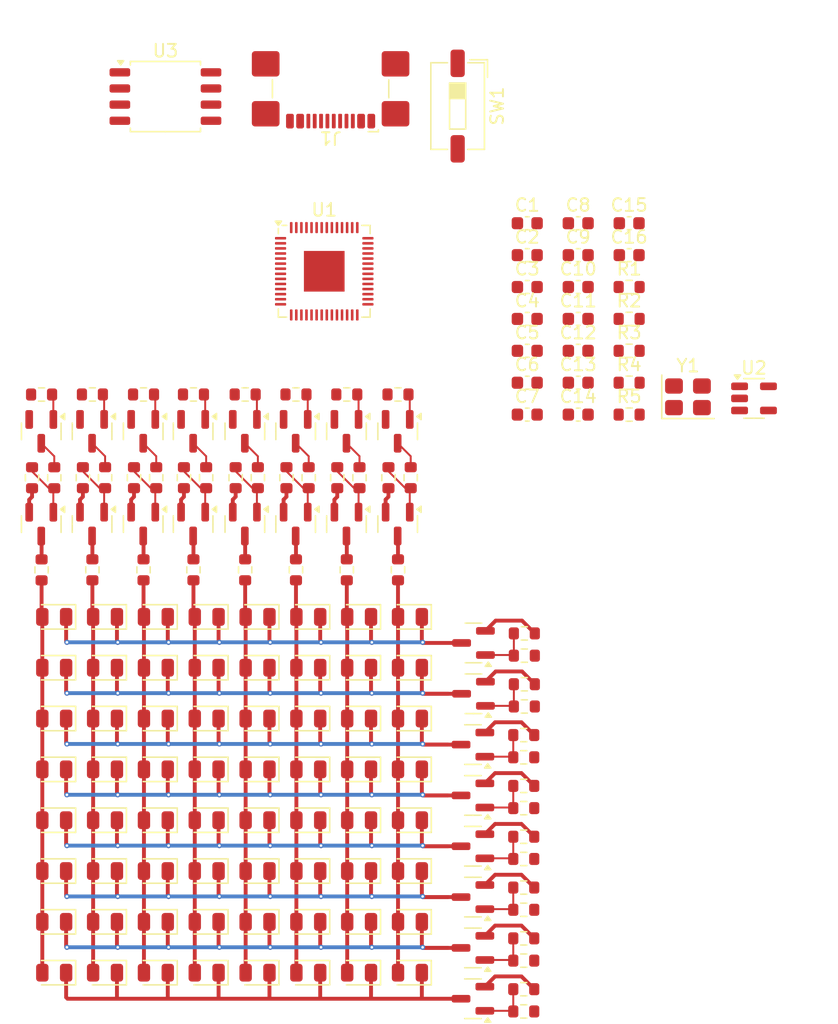
<source format=kicad_pcb>
(kicad_pcb (version 20241229) (generator "pcbnew") (generator_version "9.0")
  (layers (0 "F.Cu" signal) (2 "B.Cu" signal) (13 "F.Paste" user) (15 "B.Paste" user) (5 "F.SilkS" user "F.Silkscreen") (7 "B.SilkS" user "B.Silkscreen") (1 "F.Mask" user) (3 "B.Mask" user) (25 "Edge.Cuts" user))
  (net 0 "")
  (net 1 "GND")
  (net 2 "+3.3V")
  (net 3 "+1V1")
  (net 4 "/XIN")
  (net 5 "+5V")
  (net 6 "/Led Matrix/Highside1/V_led+")
  (net 7 "/Led Matrix/Highside2/V_led+")
  (net 8 "/Led Matrix/Highside3/V_led+")
  (net 9 "/Led Matrix/Highside4/V_led+")
  (net 10 "/Led Matrix/Highside5/V_led+")
  (net 11 "/Led Matrix/Highside6/V_led+")
  (net 12 "/Led Matrix/Highside7/V_led+")
  (net 13 "/Led Matrix/Highside8/V_led+")
  (net 14 "/USB_D-")
  (net 15 "Net-(J1-CC1)")
  (net 16 "/USB_D+")
  (net 19 "Net-(J1-CC2)")
  (net 20 "Net-(Q1-G)")
  (net 21 "Net-(Q3-G)")
  (net 22 "Net-(Q5-G)")
  (net 23 "Net-(Q6-G)")
  (net 24 "Net-(Q8-G)")
  (net 25 "Net-(Q10-G)")
  (net 26 "Net-(Q11-G)")
  (net 27 "Net-(Q12-G)")
  (net 28 "Net-(Q14-G)")
  (net 29 "Net-(Q1-D)")
  (net 30 "Net-(Q16-G)")
  (net 31 "Net-(Q2-C)")
  (net 32 "Net-(Q18-G)")
  (net 33 "Net-(Q2-B)")
  (net 34 "Net-(Q20-G)")
  (net 35 "/QSPI_SS")
  (net 36 "Net-(Q3-D)")
  (net 37 "Net-(Q4-C)")
  (net 38 "Net-(Q4-B)")
  (net 39 "Net-(Q6-D)")
  (net 40 "Net-(Q7-B)")
  (net 41 "Net-(Q7-C)")
  (net 42 "Net-(Q8-D)")
  (net 43 "Net-(Q9-B)")
  (net 44 "Net-(Q9-C)")
  (net 45 "Net-(Q12-D)")
  (net 46 "Net-(Q13-C)")
  (net 47 "Net-(Q13-B)")
  (net 48 "Net-(Q14-D)")
  (net 49 "Net-(Q15-C)")
  (net 50 "Net-(Q15-B)")
  (net 51 "Net-(Q16-D)")
  (net 52 "Net-(Q17-C)")
  (net 53 "Net-(Q17-B)")
  (net 54 "Net-(Q18-D)")
  (net 55 "Net-(Q19-B)")
  (net 56 "Net-(Q19-C)")
  (net 57 "Net-(Q21-G)")
  (net 58 "/QSPI_SCLK")
  (net 59 "/QSPI_SD1")
  (net 60 "/QSPI_SD2")
  (net 61 "/QSPI_SD3")
  (net 62 "/QSPI_SD0")
  (net 63 "Net-(Q22-G)")
  (net 64 "Net-(Q23-G)")
  (net 65 "Net-(Q24-G)")
  (net 66 "/XOUT")
  (net 67 "/c1")
  (net 68 "/c2")
  (net 69 "/r2")
  (net 70 "/c3")
  (net 71 "/c4")
  (net 72 "Net-(R4-Pad1)")
  (net 86 "/r3")
  (net 87 "/r4")
  (net 88 "/c5")
  (net 89 "/c6")
  (net 90 "/c7")
  (net 91 "/c8")
  (net 92 "/r5")
  (net 93 "/r6")
  (net 94 "/r7")
  (net 95 "/r8")
  (net 96 "/r1")
  (net 101 "Net-(C13-Pad1)")
  (net 103 "/Led Matrix/Lowside1/V_led-")
  (net 104 "/Led Matrix/Lowside2/V_led-")
  (net 105 "/Led Matrix/Lowside3/V_led-")
  (net 106 "/Led Matrix/Lowside4/V_led-")
  (net 107 "/Led Matrix/Lowside5/V_led-")
  (net 108 "/Led Matrix/Lowside6/V_led-")
  (net 109 "/Led Matrix/Lowside7/V_led-")
  (net 110 "/Led Matrix/Lowside8/V_led-")
  (footprint "LED_SMD:LED_0805_2012Metric" (layer "F.Cu") (at 182.995 81.7 180)
    (property "Reference" "D17" (hide yes))
    (property "Value" "LED_45deg")
  )
  (footprint "Resistor_SMD:R_0603_1608Metric" (layer "F.Cu") (at 211.955 91)
    (property "Reference" "R24" (hide yes))
    (property "Value" "10k")
  )
  (footprint "Capacitor_SMD:C_0603_1608Metric" (layer "F.Cu") (at 216.24 58.25)
    (property "Reference" "C11")
    (property "Value" "10u")
  )
  (footprint "Resistor_SMD:R_0603_1608Metric" (layer "F.Cu") (at 211.955 100.75 180)
    (property "Reference" "R45" (hide yes))
    (property "Value" "100")
  )
  (footprint "LED_SMD:LED_0805_2012Metric" (layer "F.Cu") (at 191 93.7 180)
    (property "Reference" "D36" (hide yes))
    (property "Value" "LED_45deg")
  )
  (footprint "Package_DFN_QFN:QFN-56-1EP_7x7mm_P0.4mm_EP3.2x3.2mm" (layer "F.Cu") (at 196.25 54.5)
    (property "Reference" "U1")
    (property "Value" "RP2040")
  )
  (footprint "Resistor_SMD:R_0603_1608Metric" (layer "F.Cu") (at 211.955 111)
    (property "Reference" "R50" (hide yes))
    (property "Value" "10k")
  )
  (footprint "Resistor_SMD:R_0603_1608Metric" (layer "F.Cu") (at 191.025 70.745 90)
    (property "Reference" "R30" (hide yes))
    (property "Value" "100")
  )
  (footprint "Resistor_SMD:R_0603_1608Metric" (layer "F.Cu") (at 181.275 70.745 90)
    (property "Reference" "R17" (hide yes))
    (property "Value" "10k")
  )
  (footprint "LED_SMD:LED_0805_2012Metric" (layer "F.Cu") (at 194.995 101.7 180)
    (property "Reference" "D46" (hide yes))
    (property "Value" "LED_45deg")
  )
  (footprint "Package_TO_SOT_SMD:SOT-23" (layer "F.Cu") (at 208 87.75 180)
    (property "Reference" "Q5" (hide yes))
    (property "Value" "2N7002")
  )
  (footprint "LED_SMD:LED_0805_2012Metric" (layer "F.Cu") (at 182.995 105.7 180)
    (property "Reference" "D23" (hide yes))
    (property "Value" "LED_45deg")
  )
  (footprint "Resistor_SMD:R_0603_1608Metric" (layer "F.Cu") (at 195.025 70.745 90)
    (property "Reference" "R34" (hide yes))
    (property "Value" "100")
  )
  (footprint "LED_SMD:LED_0805_2012Metric" (layer "F.Cu") (at 202.995 105.7 180)
    (property "Reference" "D63" (hide yes))
    (property "Value" "LED_45deg")
  )
  (footprint "Resistor_SMD:R_0603_1608Metric" (layer "F.Cu") (at 212 87)
    (property "Reference" "R14" (hide yes))
    (property "Value" "10k")
  )
  (footprint "Resistor_SMD:R_0603_1608Metric" (layer "F.Cu") (at 211.955 92.75 180)
    (property "Reference" "R25" (hide yes))
    (property "Value" "100")
  )
  (footprint "Package_TO_SOT_SMD:SOT-23" (layer "F.Cu") (at 177.975 67.095 -90)
    (property "Reference" "Q4" (hide yes))
    (property "Value" "BC817")
  )
  (footprint "Crystal:Crystal_SMD_3225-4Pin_3.2x2.5mm" (layer "F.Cu") (at 224.88 64.38)
    (property "Reference" "Y1")
    (property "Value" "ABM8-272-T3")
  )
  (footprint "LED_SMD:LED_0805_2012Metric" (layer "F.Cu") (at 198.995 101.7 180)
    (property "Reference" "D54" (hide yes))
    (property "Value" "LED_45deg")
  )
  (footprint "LED_SMD:LED_0805_2012Metric" (layer "F.Cu") (at 198.995 93.7 180)
    (property "Reference" "D52" (hide yes))
    (property "Value" "LED_45deg")
  )
  (footprint "LED_SMD:LED_0805_2012Metric" (layer "F.Cu") (at 191 101.7 180)
    (property "Reference" "D38" (hide yes))
    (property "Value" "LED_45deg")
  )
  (footprint "Package_TO_SOT_SMD:SOT-23" (layer "F.Cu") (at 190 67.095 -90)
    (property "Reference" "Q13" (hide yes))
    (property "Value" "BC817")
  )
  (footprint "Resistor_SMD:R_0603_1608Metric" (layer "F.Cu") (at 190.025 64.195)
    (property "Reference" "R31" (hide yes))
    (property "Value" "10k")
  )
  (footprint "LED_SMD:LED_0805_2012Metric" (layer "F.Cu") (at 198.995 81.7 180)
    (property "Reference" "D49" (hide yes))
    (property "Value" "LED_45deg")
  )
  (footprint "Resistor_SMD:R_0603_1608Metric" (layer "F.Cu") (at 211.955 95)
    (property "Reference" "R26" (hide yes))
    (property "Value" "10k")
  )
  (footprint "LED_SMD:LED_0805_2012Metric" (layer "F.Cu") (at 174.995 109.7 180)
    (property "Reference" "D8" (hide yes))
    (property "Value" "LED_45deg")
  )
  (footprint "Capacitor_SMD:C_0603_1608Metric" (layer "F.Cu") (at 212.23 58.25)
    (property "Reference" "C4")
    (property "Value" "100n")
  )
  (footprint "LED_SMD:LED_0805_2012Metric" (layer "F.Cu") (at 182.995 89.7 180)
    (property "Reference" "D19" (hide yes))
    (property "Value" "LED_45deg")
  )
  (footprint "Package_TO_SOT_SMD:SOT-23" (layer "F.Cu") (at 194 74.395 -90)
    (property "Reference" "Q14" (hide yes))
    (property "Value" "BSS84")
  )
  (footprint "LED_SMD:LED_0805_2012Metric" (layer "F.Cu") (at 191 97.7 180)
    (property "Reference" "D37" (hide yes))
    (property "Value" "LED_45deg")
  )
  (footprint "Resistor_SMD:R_0603_1608Metric" (layer "F.Cu") (at 198.025 77.995 -90)
    (property "Reference" "R36" (hide yes))
    (property "Value" "47")
  )
  (footprint "LED_SMD:LED_0805_2012Metric" (layer "F.Cu") (at 194.995 109.7 180)
    (property "Reference" "D48" (hide yes))
    (property "Value" "LED_45deg")
  )
  (footprint "LED_SMD:LED_0805_2012Metric" (layer "F.Cu") (at 186.995 105.7 180)
    (property "Reference" "D31" (hide yes))
    (property "Value" "LED_45deg")
  )
  (footprint "Resistor_SMD:R_0603_1608Metric" (layer "F.Cu") (at 203.055 70.745 90)
    (property "Reference" "R42" (hide yes))
    (property "Value" "100")
  )
  (footprint "LED_SMD:LED_0805_2012Metric" (layer "F.Cu") (at 194.995 97.7 180)
    (property "Reference" "D45" (hide yes))
    (property "Value" "LED_45deg")
  )
  (footprint "LED_SMD:LED_0805_2012Metric" (layer "F.Cu") (at 174.995 101.7 180)
    (property "Reference" "D6" (hide yes))
    (property "Value" "LED_45deg")
  )
  (footprint "Capacitor_SMD:C_0603_1608Metric" (layer "F.Cu") (at 212.23 50.72)
    (property "Reference" "C1")
    (property "Value" "10u")
  )
  (footprint "Package_TO_SOT_SMD:SOT-23" (layer "F.Cu") (at 173.975 67.1 -90)
    (property "Reference" "Q2" (hide yes))
    (property "Value" "BC817")
  )
  (footprint "Resistor_SMD:R_0603_1608Metric" (layer "F.Cu") (at 212 83)
    (property "Reference" "R52" (hide yes))
    (property "Value" "10k")
  )
  (footprint "LED_SMD:LED_0805_2012Metric" (layer "F.Cu") (at 178.995 97.7 180)
    (property "Reference" "D13" (hide yes))
    (property "Value" "LED_45deg")
  )
  (footprint "Resistor_SMD:R_0603_1608Metric" (layer "F.Cu") (at 175 70.75 90)
    (property "Reference" "R8" (hide yes))
    (property "Value" "100")
  )
  (footprint "Capacitor_SMD:C_0603_1608Metric" (layer "F.Cu") (at 216.24 65.78)
    (property "Reference" "C14")
    (property "Value" "10u")
  )
  (footprint "Package_TO_SOT_SMD:SOT-23-5" (layer "F.Cu") (at 230.08 64.505)
    (property "Reference" "U2")
    (property "Value" "MIC5504-3.3YM5")
  )
  (footprint "Resistor_SMD:R_0603_1608Metric" (layer "F.Cu") (at 220.25 60.76)
    (property "Reference" "R3")
    (property "Value" "5.1k")
  )
  (footprint "Package_TO_SOT_SMD:SOT-23" (layer "F.Cu") (at 185.93 74.395 -90)
    (property "Reference" "Q8" (hide yes))
    (property "Value" "BSS84")
  )
  (footprint "Resistor_SMD:R_0603_1608Metric" (layer "F.Cu") (at 173.25 70.75 90)
    (property "Reference" "R7" (hide yes))
    (property "Value" "10k")
  )
  (footprint "Resistor_SMD:R_0603_1608Metric" (layer "F.Cu") (at 211.955 99)
    (property "Reference" "R44" (hide yes))
    (property "Value" "10k")
  )
  (footprint "LED_SMD:LED_0805_2012Metric" (layer "F.Cu") (at 174.995 85.7 180)
    (property "Reference" "D2" (hide yes))
    (property "Value" "LED_45deg")
  )
  (footprint "Capacitor_SMD:C_0603_1608Metric" (layer "F.Cu") (at 212.23 65.78)
    (property "Reference" "C7")
    (property "Value" "100n")
  )
  (footprint "Package_TO_SOT_SMD:SOT-23" (layer "F.Cu") (at 182 67.095 -90)
    (property "Reference" "Q7" (hide yes))
    (property "Value" "BC817")
  )
  (footprint "Capacitor_SMD:C_0603_1608Metric" (layer "F.Cu") (at 216.24 53.23)
    (property "Reference" "C9")
    (property "Value" "100n")
  )
  (footprint "LED_SMD:LED_0805_2012Metric" (layer "F.Cu") (at 174.995 89.7 180)
    (property "Reference" "D3" (hide yes))
    (property "Value" "LED_45deg")
  )
  (footprint "LED_SMD:LED_0805_2012Metric" (layer "F.Cu") (at 174.995 105.7 180)
    (property "Reference" "D7" (hide yes))
    (property "Value" "LED_45deg")
  )
  (footprint "Capacitor_SMD:C_0603_1608Metric" (layer "F.Cu") (at 212.23 60.76)
    (property "Reference" "C5")
    (property "Value" "100n")
  )
  (footprint "Package_TO_SOT_SMD:SOT-23" (layer "F.Cu") (at 173.975 74.4 -90)
    (property "Reference" "Q1" (hide yes))
    (property "Value" "BSS84")
  )
  (footprint "Resistor_SMD:R_0603_1608Metric" (layer "F.Cu") (at 211.955 104.75 180)
    (property "Reference" "R47" (hide yes))
    (property "Value" "100")
  )
  (footprint "LED_SMD:LED_0805_2012Metric" (layer "F.Cu") (at 202.995 97.7 180)
    (property "Reference" "D61" (hide yes))
    (property "Value" "LED_45deg")
  )
  (footprint "LED_SMD:LED_0805_2012Metric" (layer "F.Cu") (at 202.995 101.7 180)
    (property "Reference" "D62" (hide yes))
    (property "Value" "LED_45deg")
  )
  (footprint "LED_SMD:LED_0805_2012Metric" (layer "F.Cu") (at 186.995 109.7 180)
    (property "Reference" "D32" (hide yes))
    (property "Value" "LED_45deg")
  )
  (footprint "Package_TO_SOT_SMD:SOT-23" (layer "F.Cu") (at 182 74.395 -90)
    (property "Reference" "Q6" (hide yes))
    (property "Value" "BSS84")
  )
  (footprint "LED_SMD:LED_0805_2012Metric" (layer "F.Cu") (at 194.995 89.7 180)
    (property "Reference" "D43" (hide yes))
    (property "Value" "LED_45deg")
  )
  (footprint "Package_TO_SOT_SMD:SOT-23" (layer "F.Cu") (at 194 67.095 -90)
    (property "Reference" "Q15" (hide yes))
    (property "Value" "BC817")
  )
  (footprint "Resistor_SMD:R_0603_1608Metric" (layer "F.Cu") (at 211.955 108.75 180)
    (property "Reference" "R49" (hide yes))
    (property "Value" "100")
  )
  (footprint "Package_TO_SOT_SMD:SOT-23" (layer "F.Cu") (at 208 83.75 180)
    (property "Reference" "Q24" (hide yes))
    (property "Value" "2N7002")
  )
  (footprint "LED_SMD:LED_0805_2012Metric" (layer "F.Cu") (at 174.995 93.7 180)
    (property "Reference" "D4" (hide yes))
    (property "Value" "LED_45deg")
  )
  (footprint "Package_TO_SOT_SMD:SOT-23" (layer "F.Cu") (at 177.975 74.395 -90)
    (property "Reference" "Q3" (hide yes))
    (property "Value" "BSS84")
  )
  (footprint "LED_SMD:LED_0805_2012Metric" (layer "F.Cu") (at 202.995 109.7 180)
    (property "Reference" "D64" (hide yes))
    (property "Value" "LED_45deg")
  )
  (footprint "Resistor_SMD:R_0603_1608Metric" (layer "F.Cu") (at 220.25 58.25)
    (property "Reference" "R2")
    (property "Value" "5.1k")
  )
  (footprint "Resistor_SMD:R_0603_1608Metric" (layer "F.Cu") (at 177.25 70.745 90)
    (property "Reference" "R11" (hide yes))
    (property "Value" "10k")
  )
  (footprint "LED_SMD:LED_0805_2012Metric" (layer "F.Cu") (at 191 89.7 180)
    (property "Reference" "D35" (hide yes))
    (property "Value" "LED_45deg")
  )
  (footprint "LED_SMD:LED_0805_2012Metric" (layer "F.Cu") (at 182.995 109.7 180)
    (property "Reference" "D24" (hide yes))
    (property "Value" "LED_45deg")
  )
  (footprint "Resistor_SMD:R_0603_1608Metric" (layer "F.Cu") (at 174 64.2)
    (property "Reference" "R9" (hide yes))
    (property "Value" "10k")
  )
  (footprint "Package_TO_SOT_SMD:SOT-23" (layer "F.Cu") (at 207.955 111.75 180)
    (property "Reference" "Q23" (hide yes))
    (property "Value" "2N7002")
  )
  (footprint "LED_SMD:LED_0805_2012Metric" (layer "F.Cu") (at 202.995 81.7 180)
    (property "Reference" "D57" (hide yes))
    (property "Value" "LED_45deg")
  )
  (footprint "LED_SMD:LED_0805_2012Metric" (layer "F.Cu") (at 198.995 105.7 180)
    (property "Reference" "D55" (hide yes))
    (property "Value" "LED_45deg")
  )
  (footprint "LED_SMD:LED_0805_2012Metric" (layer "F.Cu") (at 186.995 101.7 180)
    (property "Reference" "D30" (hide yes))
    (property "Value" "LED_45deg")
  )
  (footprint "Connector_USB:USB_C_Receptacle_GCT_USB4110" (layer "F.Cu") (at 196.75 39 180)
    (property "Reference" "J1")
    (property "Value" "USB_C_Receptacle")
  )
  (footprint "Resistor_SMD:R_0603_1608Metric" (layer "F.Cu") (at 202.055 77.995 -90)
    (property "Reference" "R40" (hide yes))
    (property "Value" "47")
  )
  (footprint "Capacitor_SMD:C_0603_1608Metric" (layer "F.Cu") (at 216.24 50.72)
    (property "Reference" "C8")
    (property "Value" "100n")
  )
  (footprint "Resistor_SMD:R_0603_1608Metric" (layer "F.Cu") (at 178 64.195)
    (property "Reference" "R13" (hide yes))
    (property "Value" "10k")
  )
  (footprint "LED_SMD:LED_0805_2012Metric" (layer "F.Cu") (at 202.995 85.7 180)
    (property "Reference" "D58" (hide yes))
    (property "Value" "LED_45deg")
  )
  (footprint "LED_SMD:LED_0805_2012Metric" (layer "F.Cu") (at 198.995 109.7 180)
    (property "Reference" "D56" (hide yes))
    (property "Value" "LED_45deg")
  )
  (footprint "Resistor_SMD:R_0603_1608Metric" (layer "F.Cu") (at 212 84.75 180)
    (property "Reference" "R53" (hide yes))
    (property "Value" "100")
  )
  (footprint "Capacitor_SMD:C_0603_1608Metric" (layer "F.Cu") (at 212.23 55.74)
    (property "Reference" "C3")
    (property "Value" "100n")
  )
  (footprint "LED_SMD:LED_0805_2012Metric" (layer "F.Cu") (at 191 109.7 180)
    (property "Reference" "D40" (hide yes))
    (property "Value" "LED_45deg")
  )
  (footprint "Capacitor_SMD:C_0603_1608Metric" (layer "F.Cu") (at 216.24 60.76)
    (property "Reference" "C12")
    (property "Value" "15p")
  )
  (footprint "Capacitor_SMD:C_0603_1608Metric" (layer "F.Cu") (at 220.25 53.23)
    (property "Reference" "C16")
    (property "Value" "10u")
  )
  (footprint "Button_Switch_SMD:SW_DIP_SPSTx01_Slide_6.7x4.1mm_W6.73mm_P2.54mm_LowProfile_JPin" (layer "F.Cu") (at 206.75 41.5 -90)
    (property "Reference" "SW1")
    (property "Value" "SW_DIP_x01")
  )
  (footprint "Resistor_SMD:R_0603_1608Metric" (layer "F.Cu") (at 211.955 96.75 180)
    (property "Reference" "R27" (hide yes))
    (property "Value" "100")
  )
  (footprint "Resistor_SMD:R_0603_1608Metric" (layer "F.Cu") (at 211.955 103)
    (property "Reference" "R46" (hide yes))
    (property "Value" "10k")
  )
  (footprint "Resistor_SMD:R_0603_1608Metric" (layer "F.Cu") (at 193.275 70.745 90)
    (property "Reference" "R33" (hide yes))
    (property "Value" "10k")
  )
  (footprint "LED_SMD:LED_0805_2012Metric" (layer "F.Cu") (at 182.995 93.7 180)
    (property "Reference" "D20" (hide yes))
    (property "Value" "LED_45deg")
  )
  (footprint "Resistor_SMD:R_0603_1608Metric" (layer "F.Cu") (at 201.305 70.745 90)
    (property "Reference" "R41" (hide yes))
    (property "Value" "10k")
  )
  (footprint "LED_SMD:LED_0805_2012Metric" (layer "F.Cu") (at 194.995 93.7 180)
    (property "Reference" "D44" (hide yes))
    (property "Value" "LED_45deg")
  )
  (footprint "LED_SMD:LED_0805_2012Metric" (layer "F.Cu") (at 198.995 89.7 180)
    (property "Reference" "D51" (hide yes))
    (property "Value" "LED_45deg")
  )
  (footprint "Resistor_SMD:R_0603_1608Metric" (layer "F.Cu") (at 220.25 65.78)
    (property "Reference" "R5")
    (property "Value" "100k")
  )
  (footprint "Resistor_SMD:R_0603_1608Metric" (layer "F.Cu") (at 202.055 64.195)
    (property "Reference" "R43" (hide yes))
    (property "Value" "10k")
  )
  (footprint "Resistor_SMD:R_0603_1608Metric" (layer "F.Cu") (at 182.025 64.195)
    (property "Reference" "R19" (hide yes))
    (property "Value" "10k")
  )
  (footprint "Capacitor_SMD:C_0603_1608Metric" (layer "F.Cu") (at 216.24 63.27)
    (property "Reference" "C13")
    (property "Value" "15p")
  )
  (footprint "Capacitor_SMD:C_0603_1608Metric" (layer "F.Cu") (at 216.24 55.74)
    (property "Reference" "C10")
    (property "Value" "100n")
  )
  (footprint "Resistor_SMD:R_0603_1608Metric" (layer "F.Cu") (at 179 70.745 90)
    (property "Reference" "R12" (hide yes))
    (property "Value" "100")
  )
  (footprint "Resistor_SMD:R_0603_1608Metric" (layer "F.Cu") (at 186.955 70.745 90)
    (property "Reference" "R22" (hide yes))
    (property "Value" "100")
  )
  (footprint "Resistor_SMD:R_0603_1608Metric" (layer "F.Cu") (at 190.025 77.995 -90)
    (property "Reference" "R28" (hide yes))
    (property "Value" "47")
  )
  (footprint "LED_SMD:LED_0805_2012Metric" (layer "F.Cu") (at 178.995 93.7 180)
    (property "Reference" "D12" (hide yes))
    (property "Value" "LED_45deg")
  )
  (footprint "LED_SMD:LED_0805_2012Metric" (layer "F.Cu") (at 186.995 97.7 180)
    (property "Reference" "D29" (hide yes))
    (property "Value" "LED_45deg")
  )
  (footprint "Resistor_SMD:R_0603_1608Metric" (layer "F.Cu") (at 185.205 70.745 90)
    (property "Reference" "R21" (hide yes))
    (property "Value" "10k")
  )
  (footprint "Package_TO_SOT_SMD:SOT-23" (layer "F.Cu") (at 207.955 95.75 180)
    (property "Reference" "Q11" (hide yes))
    (property "Value" "2N7002")
  )
  (footprint "LED_SMD:LED_0805_2012Metric" (layer "F.Cu") (at 178.995 89.7 180)
    (property "Reference" "D11" (hide yes))
    (property "Value" "LED_45deg")
  )
  (footprint "Package_TO_SOT_SMD:SOT-23" (layer "F.Cu") (at 198 74.395 -90)
    (property "Reference" "Q16" (hide yes))
    (property "Value" "BSS84")
  )
  (footprint "LED_SMD:LED_0805_2012Metric" (layer "F.Cu") (at 182.995 97.7 180)
    (property "Reference" "D21" (hide yes))
    (property "Value" "LED_45deg")
  )
  (footprint "Resistor_SMD:R_0603_1608Metric" (layer "F.Cu") (at 211.955 107)
    (property "Reference" "R48" (hide yes))
    (property "Value" "10k")
  )
  (footprint "Package_TO_SOT_SMD:SOT-23" (layer "F.Cu") (at 202.03 74.395 -90)
    (property "Reference" "Q18" (hide yes))
    (property "Value" "BSS84")
  )
  (footprint "Resistor_SMD:R_0603_1608Metric" (layer "F.Cu") (at 197.275 70.745 90)
    (property "Reference" "R37" (hide yes))
    (property "Value" "10k")
  )
  (footprint "LED_SMD:LED_0805_2012Metric" (layer "F.Cu") (at 178.995 85.7 180)
    (property "Reference" "D10" (hide yes))
    (property "Value" "LED_45deg")
  )
  (footprint "LED_SMD:LED_0805_2012Metric" (layer "F.Cu") (at 191 81.7 180)
    (property "Reference" "D33" (hide yes))
    (property "Value" "LED_45deg")
  )
  (footprint "Package_TO_SOT_SMD:SOT-23" (layer "F.Cu") (at 202.03 67.095 -90)
    (property "Reference" "Q19" (hide yes))
    (property "Value" "BC817")
  )
  (footprint "LED_SMD:LED_0805_2012Metric" (layer "F.Cu") (at 174.995 81.7 180)
    (property "Reference" "D1" (hide yes))
    (property "Value" "LED_45deg")
  )
  (footprint "Resistor_SMD:R_0603_1608Metric" (layer "F.Cu") (at 194.025 77.995 -90)
    (property "Reference" "R32" (hide yes))
    (property "Value" "47")
  )
  (footprint "Resistor_SMD:R_0603_1608Metric" (layer "F.Cu") (at 198.025 64.195)
    (property "Reference" "R39" (hide yes))
    (property "Value" "10k")
  )
  (footprint "LED_SMD:LED_0805_2012Metric" (layer "F.Cu") (at 198.995 85.7 180)
    (property "Reference" "D50" (hide yes))
    (property "Value" "LED_45deg")
  )
  (footprint "Resistor_SMD:R_0603_1608Metric" (layer "F.Cu") (at 182.025 77.995 -90)
    (property "Reference" "R16" (hide yes))
    (property "Value" "47")
  )
  (footprint "Resistor_SMD:R_0603_1608Metric" (layer "F.Cu") (at 185.955 77.995 -90)
    (property "Reference" "R20" (hide yes))
    (property "Value" "47")
  )
  (footprint "Resistor_SMD:R_0603_1608Metric" (layer "F.Cu") (at 174 78 -90)
    (property "Reference" "R6" (hide yes))
    (property "Value" "47")
  )
  (footprint "LED_SMD:LED_0805_2012Metric" (layer "F.Cu") (at 186.995 85.7 180)
    (property "Reference" "D26" (hide yes))
    (property "Value" "LED_45deg")
  )
  (footprint "LED_SMD:LED_0805_2012Metric" (layer "F.Cu") (at 178.995 105.7 180)
    (property "Reference" "D15" (hide yes))
    (property "Value" "LED_45deg")
  )
  (footprint "Capacitor_SMD:C_0603_1608Metric" (layer "F.Cu") (at 212.23 53.23)
    (property "Reference" "C2")
    (property "Value" "100n")
  )
  (footprint "Package_SO:SOIC-8_5.3x5.3mm_P1.27mm" (layer "F.Cu") (at 183.75 40.75)
    (property "Reference" "U3")
    (property "Value" "W25Q16JVSS")
  )
  (footprint "Resistor_SMD:R_0603_1608Metric" (layer "F.Cu") (at 189.275 70.745 90)
    (property "Reference" "R29" (hide yes))
    (property "Value" "10k")
  )
  (footprint "LED_SMD:LED_0805_2012Metric" (layer "F.Cu") (at 194.995 105.7 180)
    (property "Reference" "D47" (hide yes))
    (property "Value" "LED_45deg")
  )
  (footprint "Capacitor_SMD:C_0603_1608Metric" (layer "F.Cu") (at 212.23 63.27)
    (property "Reference" "C6")
    (property "Value" "100n")
  )
  (footprint "LED_SMD:LED_0805_2012Metric" (layer "F.Cu") (at 178.995 109.7 180)
    (property "Reference" "D16" (hide yes))
    (property "Value" "LED_45deg")
  )
  (footprint "Package_TO_SOT_SMD:SOT-23" (layer "F.Cu") (at 190 74.395 -90)
    (property "Reference" "Q12" (hide yes))
    (property "Value" "BSS84")
  )
  (footprint "Resistor_SMD:R_0603_1608Metric" (layer "F.Cu") (at 211.955 112.75 180)
    (property "Reference" "R51" (hide yes))
    (property "Value" "100")
  )
  (footprint "Package_TO_SOT_SMD:SOT-23" (layer "F.Cu") (at 198 67.095 -90)
    (property "Reference" "Q17" (hide yes))
    (property "Value" "BC817")
  )
  (footprint "LED_SMD:LED_0805_2012Metric" (layer "F.Cu") (at 202.995 89.7 180)
    (property "Reference" "D59" (hide yes))
    (property "Value" "LED_45deg")
  )
  (footprint "LED_SMD:LED_0805_2012Metric" (layer "F.Cu") (at 198.995 97.7 180)
    (property "Reference" "D53" (hide yes))
    (property "Value" "LED_45deg")
  )
  (footprint "Package_TO_SOT_SMD:SOT-23" (layer "F.Cu") (at 207.955 91.75 180)
    (property "Reference" "Q10" (hide yes))
    (property "Value" "2N7002")
  )
  (footprint "LED_SMD:LED_0805_2012Metric" (layer "F.Cu") (at 178.995 101.7 180)
    (property "Reference" "D14" (hide yes))
    (property "Value" "LED_45deg")
  )
  (footprint "LED_SMD:LED_0805_2012Metric" (layer "F.Cu") (at 182.995 101.7 180)
    (property "Reference" "D22" (hide yes))
    (property "Value" "LED_45deg")
  )
  (footprint "Resistor_SMD:R_0603_1608Metric" (layer "F.Cu") (at 194.025 64.195)
    (property "Reference" "R35" (hide yes))
    (property "Value" "10k")
  )
  (footprint "Resistor_SMD:R_0603_1608Metric" (layer "F.Cu") (at 178 77.995 -90)
    (property "Reference" "R10" (hide yes))
    (property "Value" "47")
  )
  (footprint "Capacitor_SMD:C_0603_1608Metric" (layer "F.Cu") (at 220.25 50.72)
    (property "Reference" "C15")
    (property "Value" "100n")
  )
  (footprint "LED_SMD:LED_0805_2012Metric" (layer "F.Cu") (at 202.995 93.7 180)
    (property "Reference" "D60" (hide yes))
    (property "Value" "LED_45deg")
  )
  (footprint "LED_SMD:LED_0805_2012Metric" (layer "F.Cu") (at 178.995 81.7 180)
    (property "Reference" "D9" (hide yes))
    (property "Value" "LED_45deg")
  )
  (footprint "LED_SMD:LED_0805_2012Metric" (layer "F.Cu") (at 194.995 85.7 180)
    (property "Reference" "D42" (hide yes))
    (property "Value" "LED_45deg")
  )
  (footprint "Resistor_SMD:R_0603_1608Metric" (layer "F.Cu") (at 212 88.75 180)
    (property "Reference" "R15" (hide yes))
    (property "Value" "100")
  )
  (footprint "Resistor_SMD:R_0603_1608Metric" (layer "F.Cu") (at 183.025 70.745 90)
    (property "Reference" "R18" (hide yes))
    (property "Value" "100")
  )
  (footprint "Package_TO_SOT_SMD:SOT-23" (layer "F.Cu") (at 207.955 99.75 180)
    (property "Reference" "Q20" (hide yes))
    (property "Value" "2N7002")
  )
  (footprint "LED_SMD:LED_0805_2012Metric" (layer "F.Cu") (at 194.995 81.7 180)
    (property "Reference" "D41" (hide yes))
    (property "Value" "LED_45deg")
  )
  (footprint "LED_SMD:LED_0805_2012Metric" (layer "F.Cu") (at 182.995 85.7 180)
    (property "Reference" "D18" (hide yes))
    (property "Value" "LED_45deg")
  )
  (footprint "Resistor_SMD:R_0603_1608Metric" (layer "F.Cu") (at 185.955 64.195)
    (property "Reference" "R23" (hide yes))
    (property "Value" "10k")
  )
  (footprint "LED_SMD:LED_0805_2012Metric" (layer "F.Cu") (at 191 105.7 180)
    (property "Reference" "D39" (hide yes))
    (property "Value" "LED_45deg")
  )
  (footprint "Resistor_SMD:R_0603_1608Metric" (layer "F.Cu") (at 199.025 70.745 90)
    (property "Reference" "R38" (hide yes))
    (property "Value" "100")
  )
  (footprint "Resistor_SMD:R_0603_1608Metric" (layer "F.Cu") (at 220.25 63.27)
    (property "Reference" "R4")
    (property "Value" "1k")
  )
  (footprint "LED_SMD:LED_0805_2012Metric" (layer "F.Cu") (at 186.995 81.7 180)
    (property "Reference" "D25" (hide yes))
    (property "Value" "LED_45deg")
  )
  (footprint "Package_TO_SOT_SMD:SOT-23" (layer "F.Cu") (at 185.93 67.095 -90)
    (property "Reference" "Q9" (hide yes))
    (property "Value" "BC817")
  )
  (footprint "LED_SMD:LED_0805_2012Metric" (layer "F.Cu") (at 191 85.7 180)
    (property "Reference" "D34" (hide yes))
    (property "Value" "LED_45deg")
  )
  (footprint "Resistor_SMD:R_0603_1608Metric" (layer "F.Cu") (at 220.25 55.74)
    (property "Reference" "R1")
    (property "Value" "1k")
  )
  (footprint "Package_TO_SOT_SMD:SOT-23" (layer "F.Cu") (at 207.955 103.75 180)
    (property "Reference" "Q21" (hide yes))
    (property "Value" "2N7002")
  )
  (footprint "LED_SMD:LED_0805_2012Metric" (layer "F.Cu") (at 186.995 93.7 180)
    (property "Reference" "D28" (hide yes))
    (property "Value" "LED_45deg")
  )
  (footprint "LED_SMD:LED_0805_2012Metric" (layer "F.Cu") (at 174.995 97.7 180)
    (property "Reference" "D5" (hide yes))
    (property "Value" "LED_45deg")
  )
  (footprint "LED_SMD:LED_0805_2012Metric" (layer "F.Cu") (at 186.995 89.7 180)
    (property "Reference" "D27" (hide yes))
    (property "Value" "LED_45deg")
  )
  (footprint "Package_TO_SOT_SMD:SOT-23" (layer "F.Cu") (at 207.955 107.75 180)
    (property "Reference" "Q22" (hide yes))
    (property "Value" "2N7002")
  )
  (segment (start 211.77375 101.99375) (end 212.78 103) (width 0.3048) (layer "F.Cu") (net 1))
  (segment (start 209.69875 105.99375) (end 211.77375 105.99375) (width 0.3048) (layer "F.Cu") (net 1))
  (segment (start 211.81875 81.99375) (end 212.825 83) (width 0.3048) (layer "F.Cu") (net 1))
  (segment (start 209.69875 97.99375) (end 211.77375 97.99375) (width 0.3048) (layer "F.Cu") (net 1))
  (segment (start 209.69875 89.99375) (end 211.77375 89.99375) (width 0.3048) (layer "F.Cu") (net 1))
  (segment (start 211.77375 93.99375) (end 212.78 95) (width 0.3048) (layer "F.Cu") (net 1))
  (segment (start 209.69875 93.99375) (end 211.77375 93.99375) (width 0.3048) (layer "F.Cu") (net 1))
  (segment (start 208.8925 94.8) (end 209.69875 93.99375) (width 0.3048) (layer "F.Cu") (net 1))
  (segment (start 211.77375 109.99375) (end 212.78 111) (width 0.3048) (layer "F.Cu") (net 1))
  (segment (start 208.8925 98.8) (end 209.69875 97.99375) (width 0.3048) (layer "F.Cu") (net 1))
  (segment (start 208.8925 102.8) (end 209.69875 101.99375) (width 0.3048) (layer "F.Cu") (net 1))
  (segment (start 209.69875 101.99375) (end 211.77375 101.99375) (width 0.3048) (layer "F.Cu") (net 1))
  (segment (start 208.8925 110.8) (end 209.69875 109.99375) (width 0.3048) (layer "F.Cu") (net 1))
  (segment (start 209.69875 109.99375) (end 211.77375 109.99375) (width 0.3048) (layer "F.Cu") (net 1))
  (segment (start 208.8925 90.8) (end 209.69875 89.99375) (width 0.3048) (layer "F.Cu") (net 1))
  (segment (start 211.81875 85.99375) (end 212.825 87) (width 0.3048) (layer "F.Cu") (net 1))
  (segment (start 209.74375 81.99375) (end 211.81875 81.99375) (width 0.3048) (layer "F.Cu") (net 1))
  (segment (start 211.77375 89.99375) (end 212.78 91) (width 0.3048) (layer "F.Cu") (net 1))
  (segment (start 208.9375 82.8) (end 209.74375 81.99375) (width 0.3048) (layer "F.Cu") (net 1))
  (segment (start 211.77375 105.99375) (end 212.78 107) (width 0.3048) (layer "F.Cu") (net 1))
  (segment (start 211.77375 97.99375) (end 212.78 99) (width 0.3048) (layer "F.Cu") (net 1))
  (segment (start 208.8925 106.8) (end 209.69875 105.99375) (width 0.3048) (layer "F.Cu") (net 1))
  (segment (start 209.74375 85.99375) (end 211.81875 85.99375) (width 0.3048) (layer "F.Cu") (net 1))
  (segment (start 208.9375 86.8) (end 209.74375 85.99375) (width 0.3048) (layer "F.Cu") (net 1))
  (segment (start 189.05 72.47) (end 189.275 72.245) (width 0.3048) (layer "F.Cu") (net 5))
  (segment (start 177.025 72.47) (end 177.25 72.245) (width 0.3048) (layer "F.Cu") (net 5))
  (segment (start 193.05 73.4575) (end 193.05 72.47) (width 0.3048) (layer "F.Cu") (net 5))
  (segment (start 189.275 72.245) (end 189.275 71.57) (width 0.3048) (layer "F.Cu") (net 5))
  (segment (start 201.305 72.245) (end 201.305 71.57) (width 0.3048) (layer "F.Cu") (net 5))
  (segment (start 181.05 72.47) (end 181.275 72.245) (width 0.3048) (layer "F.Cu") (net 5))
  (segment (start 197.05 71.62) (end 197.025 71.595) (width 0.3048) (layer "F.Cu") (net 5))
  (segment (start 197.05 73.4575) (end 197.05 72.47) (width 0.3048) (layer "F.Cu") (net 5))
  (segment (start 181.05 71.62) (end 181.025 71.595) (width 0.3048) (layer "F.Cu") (net 5))
  (segment (start 197.05 72.47) (end 197.275 72.245) (width 0.3048) (layer "F.Cu") (net 5))
  (segment (start 173.025 72.475) (end 173.25 72.25) (width 0.3048) (layer "F.Cu") (net 5))
  (segment (start 185.205 72.245) (end 185.205 71.57) (width 0.3048) (layer "F.Cu") (net 5))
  (segment (start 173.025 73.4625) (end 173.025 72.475) (width 0.3048) (layer "F.Cu") (net 5))
  (segment (start 201.08 71.62) (end 201.055 71.595) (width 0.3048) (layer "F.Cu") (net 5))
  (segment (start 177.025 71.62) (end 177 71.595) (width 0.3048) (layer "F.Cu") (net 5))
  (segment (start 177.25 72.245) (end 177.25 71.57) (width 0.3048) (layer "F.Cu") (net 5))
  (segment (start 197.275 72.245) (end 197.275 71.57) (width 0.3048) (layer "F.Cu") (net 5))
  (segment (start 173.25 72.25) (end 173.25 71.575) (width 0.3048) (layer "F.Cu") (net 5))
  (segment (start 184.98 73.4575) (end 184.98 72.47) (width 0.3048) (layer "F.Cu") (net 5))
  (segment (start 201.08 73.4575) (end 201.08 72.47) (width 0.3048) (layer "F.Cu") (net 5))
  (segment (start 193.05 71.62) (end 193.025 71.595) (width 0.3048) (layer "F.Cu") (net 5))
  (segment (start 173.025 71.625) (end 173 71.6) (width 0.3048) (layer "F.Cu") (net 5))
  (segment (start 193.05 72.47) (end 193.275 72.245) (width 0.3048) (layer "F.Cu") (net 5))
  (segment (start 177.025 73.4575) (end 177.025 72.47) (width 0.3048) (layer "F.Cu") (net 5))
  (segment (start 184.98 72.47) (end 185.205 72.245) (width 0.3048) (layer "F.Cu") (net 5))
  (segment (start 201.08 72.47) (end 201.305 72.245) (width 0.3048) (layer "F.Cu") (net 5))
  (segment (start 189.05 73.4575) (end 189.05 72.47) (width 0.3048) (layer "F.Cu") (net 5))
  (segment (start 181.275 72.245) (end 181.275 71.57) (width 0.3048) (layer "F.Cu") (net 5))
  (segment (start 193.275 72.245) (end 193.275 71.57) (width 0.3048) (layer "F.Cu") (net 5))
  (segment (start 181.05 73.4575) (end 181.05 72.47) (width 0.3048) (layer "F.Cu") (net 5))
  (segment (start 184.98 71.62) (end 184.955 71.595) (width 0.3048) (layer "F.Cu") (net 5))
  (segment (start 189.05 71.62) (end 189.025 71.595) (width 0.3048) (layer "F.Cu") (net 5))
  (segment (start 174 78.825) (end 174 81.6425) (width 0.3048) (layer "F.Cu") (net 6))
  (segment (start 174.0575 81.7) (end 174.0575 109.7) (width 0.3048) (layer "F.Cu") (net 6))
  (segment (start 174 81.6425) (end 174.0575 81.7) (width 0.3048) (layer "F.Cu") (net 6))
  (segment (start 178.0575 81.7) (end 178.0575 109.7) (width 0.3048) (layer "F.Cu") (net 7))
  (segment (start 178 78.82) (end 178 81.6375) (width 0.3048) (layer "F.Cu") (net 7))
  (segment (start 182.0575 81.7) (end 182.0575 109.7) (width 0.3048) (layer "F.Cu") (net 8))
  (segment (start 182.025 78.82) (end 182.025 81.6375) (width 0.3048) (layer "F.Cu") (net 8))
  (segment (start 185.955 78.82) (end 185.955 81.6375) (width 0.3048) (layer "F.Cu") (net 9))
  (segment (start 186.0575 81.7) (end 186.0575 109.7) (width 0.3048) (layer "F.Cu") (net 9))
  (segment (start 190.025 78.82) (end 190.025 81.6375) (width 0.3048) (layer "F.Cu") (net 10))
  (segment (start 190.0625 81.7) (end 190.0625 109.7) (width 0.3048) (layer "F.Cu") (net 10))
  (segment (start 194.0575 81.7) (end 194.0575 109.7) (width 0.3048) (layer "F.Cu") (net 11))
  (segment (start 194.025 78.82) (end 194.025 81.6375) (width 0.3048) (layer "F.Cu") (net 11))
  (segment (start 198.0575 81.7) (end 198.0575 109.7) (width 0.3048) (layer "F.Cu") (net 12))
  (segment (start 198.025 78.82) (end 198.025 81.6375) (width 0.3048) (layer "F.Cu") (net 12))
  (segment (start 202.0575 81.7) (end 202.0575 109.7) (width 0.3048) (layer "F.Cu") (net 13))
  (segment (start 202.055 78.82) (end 202.055 81.6375) (width 0.3048) (layer "F.Cu") (net 13))
  (segment (start 174.925 71.65) (end 175 71.575) (width 0.1524) (layer "F.Cu") (net 20))
  (segment (start 175 73.3875) (end 174.925 73.4625) (width 0.1524) (layer "F.Cu") (net 20))
  (segment (start 174.925 73.4625) (end 174.925 71.65) (width 0.1524) (layer "F.Cu") (net 20))
  (segment (start 174.575 71.575) (end 175 71.575) (width 0.1524) (layer "F.Cu") (net 20))
  (segment (start 173 69.95) (end 173 70) (width 0.1524) (layer "F.Cu") (net 20))
  (segment (start 173 70) (end 174.575 71.575) (width 0.1524) (layer "F.Cu") (net 20))
  (segment (start 178.575 71.57) (end 179 71.57) (width 0.1524) (layer "F.Cu") (net 21))
  (segment (start 177 69.945) (end 177 69.995) (width 0.1524) (layer "F.Cu") (net 21))
  (segment (start 177 69.995) (end 178.575 71.57) (width 0.1524) (layer "F.Cu") (net 21))
  (segment (start 179 73.3825) (end 178.925 73.4575) (width 0.1524) (layer "F.Cu") (net 21))
  (segment (start 178.925 73.4575) (end 178.925 71.645) (width 0.1524) (layer "F.Cu") (net 21))
  (segment (start 178.925 71.645) (end 179 71.57) (width 0.1524) (layer "F.Cu") (net 21))
  (segment (start 211.125 88.7) (end 211.175 88.75) (width 0.1524) (layer "F.Cu") (net 22))
  (segment (start 208.9375 88.7) (end 211.125 88.7) (width 0.1524) (layer "F.Cu") (net 22))
  (segment (start 211.175 88.75) (end 211.175 87) (width 0.1524) (layer "F.Cu") (net 22))
  (segment (start 182.6 71.57) (end 183.025 71.57) (width 0.1524) (layer "F.Cu") (net 23))
  (segment (start 183.025 73.3825) (end 182.95 73.4575) (width 0.1524) (layer "F.Cu") (net 23))
  (segment (start 182.95 73.4575) (end 182.95 71.645) (width 0.1524) (layer "F.Cu") (net 23))
  (segment (start 181.025 69.995) (end 182.6 71.57) (width 0.1524) (layer "F.Cu") (net 23))
  (segment (start 182.95 71.645) (end 183.025 71.57) (width 0.1524) (layer "F.Cu") (net 23))
  (segment (start 181.025 69.945) (end 181.025 69.995) (width 0.1524) (layer "F.Cu") (net 23))
  (segment (start 184.955 69.945) (end 184.955 69.995) (width 0.1524) (layer "F.Cu") (net 24))
  (segment (start 186.53 71.57) (end 186.955 71.57) (width 0.1524) (layer "F.Cu") (net 24))
  (segment (start 186.88 73.4575) (end 186.88 71.645) (width 0.1524) (layer "F.Cu") (net 24))
  (segment (start 186.955 73.3825) (end 186.88 73.4575) (width 0.1524) (layer "F.Cu") (net 24))
  (segment (start 186.88 71.645) (end 186.955 71.57) (width 0.1524) (layer "F.Cu") (net 24))
  (segment (start 184.955 69.995) (end 186.53 71.57) (width 0.1524) (layer "F.Cu") (net 24))
  (segment (start 211.08 92.7) (end 211.13 92.75) (width 0.1524) (layer "F.Cu") (net 25))
  (segment (start 211.13 92.75) (end 211.13 91) (width 0.1524) (layer "F.Cu") (net 25))
  (segment (start 208.8925 92.7) (end 211.08 92.7) (width 0.1524) (layer "F.Cu") (net 25))
  (segment (start 208.8925 96.7) (end 211.08 96.7) (width 0.1524) (layer "F.Cu") (net 26))
  (segment (start 211.08 96.7) (end 211.13 96.75) (width 0.1524) (layer "F.Cu") (net 26))
  (segment (start 211.13 96.75) (end 211.13 95) (width 0.1524) (layer "F.Cu") (net 26))
  (segment (start 189.025 69.945) (end 189.025 69.995) (width 0.1524) (layer "F.Cu") (net 27))
  (segment (start 190.95 73.4575) (end 190.95 71.645) (width 0.1524) (layer "F.Cu") (net 27))
  (segment (start 190.6 71.57) (end 191.025 71.57) (width 0.1524) (layer "F.Cu") (net 27))
  (segment (start 191.025 73.3825) (end 190.95 73.4575) (width 0.1524) (layer "F.Cu") (net 27))
  (segment (start 189.025 69.995) (end 190.6 71.57) (width 0.1524) (layer "F.Cu") (net 27))
  (segment (start 190.95 71.645) (end 191.025 71.57) (width 0.1524) (layer "F.Cu") (net 27))
  (segment (start 194.95 73.4575) (end 194.95 71.645) (width 0.1524) (layer "F.Cu") (net 28))
  (segment (start 194.95 71.645) (end 195.025 71.57) (width 0.1524) (layer "F.Cu") (net 28))
  (segment (start 193.025 69.945) (end 193.025 69.995) (width 0.1524) (layer "F.Cu") (net 28))
  (segment (start 193.025 69.995) (end 194.6 71.57) (width 0.1524) (layer "F.Cu") (net 28))
  (segment (start 194.6 71.57) (end 195.025 71.57) (width 0.1524) (layer "F.Cu") (net 28))
  (segment (start 195.025 73.3825) (end 194.95 73.4575) (width 0.1524) (layer "F.Cu") (net 28))
  (segment (start 174 77.175) (end 174 75.3625) (width 0.3048) (layer "F.Cu") (net 29))
  (segment (start 174 75.3625) (end 173.975 75.3375) (width 0.3048) (layer "F.Cu") (net 29))
  (segment (start 198.6 71.57) (end 199.025 71.57) (width 0.1524) (layer "F.Cu") (net 30))
  (segment (start 197.025 69.945) (end 197.025 69.995) (width 0.1524) (layer "F.Cu") (net 30))
  (segment (start 198.95 73.4575) (end 198.95 71.645) (width 0.1524) (layer "F.Cu") (net 30))
  (segment (start 197.025 69.995) (end 198.6 71.57) (width 0.1524) (layer "F.Cu") (net 30))
  (segment (start 199.025 73.3825) (end 198.95 73.4575) (width 0.1524) (layer "F.Cu") (net 30))
  (segment (start 198.95 71.645) (end 199.025 71.57) (width 0.1524) (layer "F.Cu") (net 30))
  (segment (start 173.975 68.0375) (end 175 69.0625) (width 0.1524) (layer "F.Cu") (net 31))
  (segment (start 175 69.0625) (end 175 69.925) (width 0.1524) (layer "F.Cu") (net 31))
  (segment (start 203.055 73.3825) (end 202.98 73.4575) (width 0.1524) (layer "F.Cu") (net 32))
  (segment (start 202.63 71.57) (end 203.055 71.57) (width 0.1524) (layer "F.Cu") (net 32))
  (segment (start 202.98 71.645) (end 203.055 71.57) (width 0.1524) (layer "F.Cu") (net 32))
  (segment (start 201.055 69.995) (end 202.63 71.57) (width 0.1524) (layer "F.Cu") (net 32))
  (segment (start 202.98 73.4575) (end 202.98 71.645) (width 0.1524) (layer "F.Cu") (net 32))
  (segment (start 201.055 69.945) (end 201.055 69.995) (width 0.1524) (layer "F.Cu") (net 32))
  (segment (start 174.925 64.3) (end 174.825 64.2) (width 0.1524) (layer "F.Cu") (net 33))
  (segment (start 174.925 66.1625) (end 174.925 64.3) (width 0.1524) (layer "F.Cu") (net 33))
  (segment (start 211.08 100.7) (end 211.13 100.75) (width 0.1524) (layer "F.Cu") (net 34))
  (segment (start 211.13 100.75) (end 211.13 99) (width 0.1524) (layer "F.Cu") (net 34))
  (segment (start 208.8925 100.7) (end 211.08 100.7) (width 0.1524) (layer "F.Cu") (net 34))
  (segment (start 178 75.3575) (end 177.975 75.3325) (width 0.3048) (layer "F.Cu") (net 36))
  (segment (start 178 77.17) (end 178 75.3575) (width 0.3048) (layer "F.Cu") (net 36))
  (segment (start 177.975 68.0325) (end 179 69.0575) (width 0.1524) (layer "F.Cu") (net 37))
  (segment (start 179 69.0575) (end 179 69.92) (width 0.1524) (layer "F.Cu") (net 37))
  (segment (start 178.925 64.295) (end 178.825 64.195) (width 0.1524) (layer "F.Cu") (net 38))
  (segment (start 178.925 66.1575) (end 178.925 64.295) (width 0.1524) (layer "F.Cu") (net 38))
  (segment (start 182.025 77.17) (end 182.025 75.3575) (width 0.3048) (layer "F.Cu") (net 39))
  (segment (start 182.025 75.3575) (end 182 75.3325) (width 0.3048) (layer "F.Cu") (net 39))
  (segment (start 182.95 64.295) (end 182.85 64.195) (width 0.1524) (layer "F.Cu") (net 40))
  (segment (start 182.95 66.1575) (end 182.95 64.295) (width 0.1524) (layer "F.Cu") (net 40))
  (segment (start 182 68.0325) (end 183.025 69.0575) (width 0.1524) (layer "F.Cu") (net 41))
  (segment (start 183.025 69.0575) (end 183.025 69.92) (width 0.1524) (layer "F.Cu") (net 41))
  (segment (start 185.955 75.3575) (end 185.93 75.3325) (width 0.3048) (layer "F.Cu") (net 42))
  (segment (start 185.955 77.17) (end 185.955 75.3575) (width 0.3048) (layer "F.Cu") (net 42))
  (segment (start 186.88 64.295) (end 186.78 64.195) (width 0.1524) (layer "F.Cu") (net 43))
  (segment (start 186.88 66.1575) (end 186.88 64.295) (width 0.1524) (layer "F.Cu") (net 43))
  (segment (start 185.93 68.0325) (end 186.955 69.0575) (width 0.1524) (layer "F.Cu") (net 44))
  (segment (start 186.955 69.0575) (end 186.955 69.92) (width 0.1524) (layer "F.Cu") (net 44))
  (segment (start 190.025 75.3575) (end 190 75.3325) (width 0.3048) (layer "F.Cu") (net 45))
  (segment (start 190.025 77.17) (end 190.025 75.3575) (width 0.3048) (layer "F.Cu") (net 45))
  (segment (start 191.025 69.0575) (end 191.025 69.92) (width 0.1524) (layer "F.Cu") (net 46))
  (segment (start 190 68.0325) (end 191.025 69.0575) (width 0.1524) (layer "F.Cu") (net 46))
  (segment (start 190.95 66.1575) (end 190.95 64.295) (width 0.1524) (layer "F.Cu") (net 47))
  (segment (start 190.95 64.295) (end 190.85 64.195) (width 0.1524) (layer "F.Cu") (net 47))
  (segment (start 194.025 75.3575) (end 194 75.3325) (width 0.3048) (layer "F.Cu") (net 48))
  (segment (start 194.025 77.17) (end 194.025 75.3575) (width 0.3048) (layer "F.Cu") (net 48))
  (segment (start 195.025 69.0575) (end 195.025 69.92) (width 0.1524) (layer "F.Cu") (net 49))
  (segment (start 194 68.0325) (end 195.025 69.0575) (width 0.1524) (layer "F.Cu") (net 49))
  (segment (start 194.95 66.1575) (end 194.95 64.295) (width 0.1524) (layer "F.Cu") (net 50))
  (segment (start 194.95 64.295) (end 194.85 64.195) (width 0.1524) (layer "F.Cu") (net 50))
  (segment (start 198.025 75.3575) (end 198 75.3325) (width 0.3048) (layer "F.Cu") (net 51))
  (segment (start 198.025 77.17) (end 198.025 75.3575) (width 0.3048) (layer "F.Cu") (net 51))
  (segment (start 198 68.0325) (end 199.025 69.0575) (width 0.1524) (layer "F.Cu") (net 52))
  (segment (start 199.025 69.0575) (end 199.025 69.92) (width 0.1524) (layer "F.Cu") (net 52))
  (segment (start 198.95 66.1575) (end 198.95 64.295) (width 0.1524) (layer "F.Cu") (net 53))
  (segment (start 198.95 64.295) (end 198.85 64.195) (width 0.1524) (layer "F.Cu") (net 53))
  (segment (start 202.055 77.17) (end 202.055 75.3575) (width 0.3048) (layer "F.Cu") (net 54))
  (segment (start 202.055 75.3575) (end 202.03 75.3325) (width 0.3048) (layer "F.Cu") (net 54))
  (segment (start 202.98 66.1575) (end 202.98 64.295) (width 0.1524) (layer "F.Cu") (net 55))
  (segment (start 202.98 64.295) (end 202.88 64.195) (width 0.1524) (layer "F.Cu") (net 55))
  (segment (start 203.055 69.0575) (end 203.055 69.92) (width 0.1524) (layer "F.Cu") (net 56))
  (segment (start 202.03 68.0325) (end 203.055 69.0575) (width 0.1524) (layer "F.Cu") (net 56))
  (segment (start 211.08 104.7) (end 211.13 104.75) (width 0.1524) (layer "F.Cu") (net 57))
  (segment (start 211.13 104.75) (end 211.13 103) (width 0.1524) (layer "F.Cu") (net 57))
  (segment (start 208.8925 104.7) (end 211.08 104.7) (width 0.1524) (layer "F.Cu") (net 57))
  (segment (start 208.8925 108.7) (end 211.08 108.7) (width 0.1524) (layer "F.Cu") (net 63))
  (segment (start 211.08 108.7) (end 211.13 108.75) (width 0.1524) (layer "F.Cu") (net 63))
  (segment (start 211.13 108.75) (end 211.13 107) (width 0.1524) (layer "F.Cu") (net 63))
  (segment (start 211.08 112.7) (end 211.13 112.75) (width 0.1524) (layer "F.Cu") (net 64))
  (segment (start 211.13 112.75) (end 211.13 111) (width 0.1524) (layer "F.Cu") (net 64))
  (segment (start 208.8925 112.7) (end 211.08 112.7) (width 0.1524) (layer "F.Cu") (net 64))
  (segment (start 208.9375 84.7) (end 211.125 84.7) (width 0.1524) (layer "F.Cu") (net 65))
  (segment (start 211.125 84.7) (end 211.175 84.75) (width 0.1524) (layer "F.Cu") (net 65))
  (segment (start 211.175 84.75) (end 211.175 83) (width 0.1524) (layer "F.Cu") (net 65))
  (segment (start 203.9325 81.7) (end 203.9325 83.6375) (width 0.3048) (layer "F.Cu") (net 103))
  (segment (start 199.9325 83.6375) (end 199.995 83.7) (width 0.3048) (layer "F.Cu") (net 103))
  (segment (start 191.9375 81.7) (end 191.9375 83.6375) (width 0.3048) (layer "F.Cu") (net 103))
  (segment (start 183.9325 81.7) (end 183.9325 83.6375) (width 0.3048) (layer "F.Cu") (net 103))
  (segment (start 195.9325 81.7) (end 195.9325 83.6375) (width 0.3048) (layer "F.Cu") (net 103))
  (segment (start 187.9325 81.7) (end 187.9325 83.6375) (width 0.3048) (layer "F.Cu") (net 103))
  (segment (start 179.9325 81.7) (end 179.9325 83.6375) (width 0.3048) (layer "F.Cu") (net 103))
  (segment (start 183.9325 83.6375) (end 183.995 83.7) (width 0.3048) (layer "F.Cu") (net 103))
  (segment (start 175.9325 81.7) (end 175.9325 83.6375) (width 0.3048) (layer "F.Cu") (net 103))
  (segment (start 195.9325 83.6375) (end 195.995 83.7) (width 0.3048) (layer "F.Cu") (net 103))
  (segment (start 175.9325 83.6375) (end 175.995 83.7) (width 0.3048) (layer "F.Cu") (net 103))
  (segment (start 204.045 83.75) (end 207.0625 83.75) (width 0.3048) (layer "F.Cu") (net 103))
  (segment (start 187.9325 83.6375) (end 187.995 83.7) (width 0.3048) (layer "F.Cu") (net 103))
  (segment (start 191.9375 83.6375) (end 192 83.7) (width 0.3048) (layer "F.Cu") (net 103))
  (segment (start 179.9325 83.6375) (end 179.995 83.7) (width 0.3048) (layer "F.Cu") (net 103))
  (segment (start 199.9325 81.7) (end 199.9325 83.6375) (width 0.3048) (layer "F.Cu") (net 103))
  (segment (start 203.9325 83.6375) (end 203.995 83.7) (width 0.3048) (layer "F.Cu") (net 103))
  (via (at 195.995 83.7) (size 0.4064) (drill 0.2032) (layers "F.Cu" "B.Cu") (net 103))
  (via (at 192 83.7) (size 0.4064) (drill 0.2032) (layers "F.Cu" "B.Cu") (net 103))
  (via (at 175.995 83.7) (size 0.4064) (drill 0.2032) (layers "F.Cu" "B.Cu") (net 103))
  (via (at 203.995 83.7) (size 0.4064) (drill 0.2032) (layers "F.Cu" "B.Cu") (net 103))
  (via (at 183.995 83.7) (size 0.4064) (drill 0.2032) (layers "F.Cu" "B.Cu") (net 103))
  (via (at 199.995 83.7) (size 0.4064) (drill 0.2032) (layers "F.Cu" "B.Cu") (net 103))
  (via (at 187.995 83.7) (size 0.4064) (drill 0.2032) (layers "F.Cu" "B.Cu") (net 103))
  (via (at 179.995 83.7) (size 0.4064) (drill 0.2032) (layers "F.Cu" "B.Cu") (net 103))
  (segment (start 179.995 83.7) (end 183.995 83.7) (width 0.3048) (layer "B.Cu") (net 103))
  (segment (start 183.995 83.7) (end 187.995 83.7) (width 0.3048) (layer "B.Cu") (net 103))
  (segment (start 175.995 83.7) (end 179.995 83.7) (width 0.3048) (layer "B.Cu") (net 103))
  (segment (start 199.995 83.7) (end 203.995 83.7) (width 0.3048) (layer "B.Cu") (net 103))
  (segment (start 195.995 83.7) (end 199.995 83.7) (width 0.3048) (layer "B.Cu") (net 103))
  (segment (start 187.995 83.7) (end 191.995 83.7) (width 0.3048) (layer "B.Cu") (net 103))
  (segment (start 192 83.7) (end 196 83.7) (width 0.3048) (layer "B.Cu") (net 103))
  (segment (start 191.9375 85.7) (end 191.9375 87.6375) (width 0.3048) (layer "F.Cu") (net 104))
  (segment (start 204.045 87.75) (end 206 87.75) (width 0.3048) (layer "F.Cu") (net 104))
  (segment (start 195.9325 85.7) (end 195.9325 87.6375) (width 0.3048) (layer "F.Cu") (net 104))
  (segment (start 187.9325 85.7) (end 187.9325 87.6375) (width 0.3048) (layer "F.Cu") (net 104))
  (segment (start 199.9325 85.7) (end 199.9325 87.6375) (width 0.3048) (layer "F.Cu") (net 104))
  (segment (start 204.045 87.75) (end 207.0625 87.75) (width 0.3048) (layer "F.Cu") (net 104))
  (segment (start 179.9325 85.7) (end 179.9325 87.6375) (width 0.3048) (layer "F.Cu") (net 104))
  (segment (start 203.9325 85.7) (end 203.9325 87.6375) (width 0.3048) (layer "F.Cu") (net 104))
  (segment (start 183.9325 85.7) (end 183.9325 87.6375) (width 0.3048) (layer "F.Cu") (net 104))
  (segment (start 175.9325 85.7) (end 175.9325 87.6375) (width 0.3048) (layer "F.Cu") (net 104))
  (via (at 195.995 87.7) (size 0.4064) (drill 0.2032) (layers "F.Cu" "B.Cu") (net 104))
  (via (at 183.995 87.7) (size 0.4064) (drill 0.2032) (layers "F.Cu" "B.Cu") (net 104))
  (via (at 187.995 87.7) (size 0.4064) (drill 0.2032) (layers "F.Cu" "B.Cu") (net 104))
  (via (at 192 87.7) (size 0.4064) (drill 0.2032) (layers "F.Cu" "B.Cu") (net 104))
  (via (at 175.995 87.7) (size 0.4064) (drill 0.2032) (layers "F.Cu" "B.Cu") (net 104))
  (via (at 179.995 87.7) (size 0.4064) (drill 0.2032) (layers "F.Cu" "B.Cu") (net 104))
  (via (at 199.995 87.7) (size 0.4064) (drill 0.2032) (layers "F.Cu" "B.Cu") (net 104))
  (via (at 203.995 87.7) (size 0.4064) (drill 0.2032) (layers "F.Cu" "B.Cu") (net 104))
  (segment (start 199.995 87.7) (end 203.995 87.7) (width 0.3048) (layer "B.Cu") (net 104))
  (segment (start 183.995 87.7) (end 187.995 87.7) (width 0.3048) (layer "B.Cu") (net 104))
  (segment (start 175.995 87.7) (end 179.995 87.7) (width 0.3048) (layer "B.Cu") (net 104))
  (segment (start 192 87.7) (end 196 87.7) (width 0.3048) (layer "B.Cu") (net 104))
  (segment (start 179.995 87.7) (end 183.995 87.7) (width 0.3048) (layer "B.Cu") (net 104))
  (segment (start 195.995 87.7) (end 199.995 87.7) (width 0.3048) (layer "B.Cu") (net 104))
  (segment (start 187.995 87.7) (end 191.995 87.7) (width 0.3048) (layer "B.Cu") (net 104))
  (segment (start 204 91.75) (end 207.0175 91.75) (width 0.3048) (layer "F.Cu") (net 105))
  (segment (start 204.045 91.75) (end 206 91.75) (width 0.3048) (layer "F.Cu") (net 105))
  (segment (start 203.9325 89.7) (end 203.9325 91.6375) (width 0.3048) (layer "F.Cu") (net 105))
  (segment (start 175.9325 89.7) (end 175.9325 91.6375) (width 0.3048) (layer "F.Cu") (net 105))
  (segment (start 195.9325 89.7) (end 195.9325 91.6375) (width 0.3048) (layer "F.Cu") (net 105))
  (segment (start 183.9325 89.7) (end 183.9325 91.6375) (width 0.3048) (layer "F.Cu") (net 105))
  (segment (start 187.9325 89.7) (end 187.9325 91.6375) (width 0.3048) (layer "F.Cu") (net 105))
  (segment (start 179.9325 89.7) (end 179.9325 91.6375) (width 0.3048) (layer "F.Cu") (net 105))
  (segment (start 199.9325 89.7) (end 199.9325 91.6375) (width 0.3048) (layer "F.Cu") (net 105))
  (segment (start 191.9375 89.7) (end 191.9375 91.6375) (width 0.3048) (layer "F.Cu") (net 105))
  (via (at 187.995 91.7) (size 0.4064) (drill 0.2032) (layers "F.Cu" "B.Cu") (net 105))
  (via (at 175.995 91.7) (size 0.4064) (drill 0.2032) (layers "F.Cu" "B.Cu") (net 105))
  (via (at 179.995 91.7) (size 0.4064) (drill 0.2032) (layers "F.Cu" "B.Cu") (net 105))
  (via (at 195.995 91.7) (size 0.4064) (drill 0.2032) (layers "F.Cu" "B.Cu") (net 105))
  (via (at 199.995 91.7) (size 0.4064) (drill 0.2032) (layers "F.Cu" "B.Cu") (net 105))
  (via (at 183.995 91.7) (size 0.4064) (drill 0.2032) (layers "F.Cu" "B.Cu") (net 105))
  (via (at 203.995 91.7) (size 0.4064) (drill 0.2032) (layers "F.Cu" "B.Cu") (net 105))
  (via (at 192 91.7) (size 0.4064) (drill 0.2032) (layers "F.Cu" "B.Cu") (net 105))
  (segment (start 175.995 91.7) (end 179.995 91.7) (width 0.3048) (layer "B.Cu") (net 105))
  (segment (start 179.995 91.7) (end 183.995 91.7) (width 0.3048) (layer "B.Cu") (net 105))
  (segment (start 195.995 91.7) (end 199.995 91.7) (width 0.3048) (layer "B.Cu") (net 105))
  (segment (start 183.995 91.7) (end 187.995 91.7) (width 0.3048) (layer "B.Cu") (net 105))
  (segment (start 192 91.7) (end 196 91.7) (width 0.3048) (layer "B.Cu") (net 105))
  (segment (start 199.995 91.7) (end 203.995 91.7) (width 0.3048) (layer "B.Cu") (net 105))
  (segment (start 187.995 91.7) (end 191.995 91.7) (width 0.3048) (layer "B.Cu") (net 105))
  (segment (start 191.9375 93.7) (end 191.9375 95.6375) (width 0.3048) (layer "F.Cu") (net 106))
  (segment (start 203.9325 93.7) (end 203.9325 95.6375) (width 0.3048) (layer "F.Cu") (net 106))
  (segment (start 183.9325 93.7) (end 183.9325 95.6375) (width 0.3048) (layer "F.Cu") (net 106))
  (segment (start 195.9325 93.7) (end 195.9325 95.6375) (width 0.3048) (layer "F.Cu") (net 106))
  (segment (start 204.045 95.75) (end 206 95.75) (width 0.3048) (layer "F.Cu") (net 106))
  (segment (start 204 95.75) (end 207.0175 95.75) (width 0.3048) (layer "F.Cu") (net 106))
  (segment (start 199.9325 93.7) (end 199.9325 95.6375) (width 0.3048) (layer "F.Cu") (net 106))
  (segment (start 175.9325 93.7) (end 175.9325 95.6375) (width 0.3048) (layer "F.Cu") (net 106))
  (segment (start 187.9325 93.7) (end 187.9325 95.6375) (width 0.3048) (layer "F.Cu") (net 106))
  (segment (start 179.9325 93.7) (end 179.9325 95.6375) (width 0.3048) (layer "F.Cu") (net 106))
  (via (at 203.995 95.7) (size 0.4064) (drill 0.2032) (layers "F.Cu" "B.Cu") (net 106))
  (via (at 187.995 95.7) (size 0.4064) (drill 0.2032) (layers "F.Cu" "B.Cu") (net 106))
  (via (at 179.995 95.7) (size 0.4064) (drill 0.2032) (layers "F.Cu" "B.Cu") (net 106))
  (via (at 199.995 95.7) (size 0.4064) (drill 0.2032) (layers "F.Cu" "B.Cu") (net 106))
  (via (at 175.995 95.7) (size 0.4064) (drill 0.2032) (layers "F.Cu" "B.Cu") (net 106))
  (via (at 183.995 95.7) (size 0.4064) (drill 0.2032) (layers "F.Cu" "B.Cu") (net 106))
  (via (at 192 95.7) (size 0.4064) (drill 0.2032) (layers "F.Cu" "B.Cu") (net 106))
  (via (at 195.995 95.7) (size 0.4064) (drill 0.2032) (layers "F.Cu" "B.Cu") (net 106))
  (segment (start 187.995 95.7) (end 191.995 95.7) (width 0.3048) (layer "B.Cu") (net 106))
  (segment (start 175.995 95.7) (end 179.995 95.7) (width 0.3048) (layer "B.Cu") (net 106))
  (segment (start 179.995 95.7) (end 183.995 95.7) (width 0.3048) (layer "B.Cu") (net 106))
  (segment (start 192 95.7) (end 196 95.7) (width 0.3048) (layer "B.Cu") (net 106))
  (segment (start 199.995 95.7) (end 203.995 95.7) (width 0.3048) (layer "B.Cu") (net 106))
  (segment (start 195.995 95.7) (end 199.995 95.7) (width 0.3048) (layer "B.Cu") (net 106))
  (segment (start 183.995 95.7) (end 187.995 95.7) (width 0.3048) (layer "B.Cu") (net 106))
  (segment (start 187.9325 97.7) (end 187.9325 99.6375) (width 0.3048) (layer "F.Cu") (net 107))
  (segment (start 204 99.75) (end 207.0175 99.75) (width 0.3048) (layer "F.Cu") (net 107))
  (segment (start 203.9325 97.7) (end 203.9325 99.6375) (width 0.3048) (layer "F.Cu") (net 107))
  (segment (start 204.045 99.75) (end 206 99.75) (width 0.3048) (layer "F.Cu") (net 107))
  (segment (start 199.9325 97.7) (end 199.9325 99.6375) (width 0.3048) (layer "F.Cu") (net 107))
  (segment (start 191.9375 97.7) (end 191.9375 99.6375) (width 0.3048) (layer "F.Cu") (net 107))
  (segment (start 183.9325 97.7) (end 183.9325 99.6375) (width 0.3048) (layer "F.Cu") (net 107))
  (segment (start 195.9325 97.7) (end 195.9325 99.6375) (width 0.3048) (layer "F.Cu") (net 107))
  (segment (start 179.9325 97.7) (end 179.9325 99.6375) (width 0.3048) (layer "F.Cu") (net 107))
  (segment (start 175.9325 97.7) (end 175.9325 99.6375) (width 0.3048) (layer "F.Cu") (net 107))
  (via (at 183.995 99.7) (size 0.4064) (drill 0.2032) (layers "F.Cu" "B.Cu") (net 107))
  (via (at 199.995 99.7) (size 0.4064) (drill 0.2032) (layers "F.Cu" "B.Cu") (net 107))
  (via (at 192 99.7) (size 0.4064) (drill 0.2032) (layers "F.Cu" "B.Cu") (net 107))
  (via (at 203.995 99.7) (size 0.4064) (drill 0.2032) (layers "F.Cu" "B.Cu") (net 107))
  (via (at 179.995 99.7) (size 0.4064) (drill 0.2032) (layers "F.Cu" "B.Cu") (net 107))
  (via (at 195.995 99.7) (size 0.4064) (drill 0.2032) (layers "F.Cu" "B.Cu") (net 107))
  (via (at 175.995 99.7) (size 0.4064) (drill 0.2032) (layers "F.Cu" "B.Cu") (net 107))
  (via (at 187.995 99.7) (size 0.4064) (drill 0.2032) (layers "F.Cu" "B.Cu") (net 107))
  (segment (start 183.995 99.7) (end 187.995 99.7) (width 0.3048) (layer "B.Cu") (net 107))
  (segment (start 195.995 99.7) (end 199.995 99.7) (width 0.3048) (layer "B.Cu") (net 107))
  (segment (start 179.995 99.7) (end 183.995 99.7) (width 0.3048) (layer "B.Cu") (net 107))
  (segment (start 175.995 99.7) (end 179.995 99.7) (width 0.3048) (layer "B.Cu") (net 107))
  (segment (start 199.995 99.7) (end 203.995 99.7) (width 0.3048) (layer "B.Cu") (net 107))
  (segment (start 192 99.7) (end 196 99.7) (width 0.3048) (layer "B.Cu") (net 107))
  (segment (start 187.995 99.7) (end 191.995 99.7) (width 0.3048) (layer "B.Cu") (net 107))
  (segment (start 204 103.75) (end 207.0175 103.75) (width 0.3048) (layer "F.Cu") (net 108))
  (segment (start 199.9325 101.7) (end 199.9325 103.6375) (width 0.3048) (layer "F.Cu") (net 108))
  (segment (start 195.9325 101.7) (end 195.9325 103.6375) (width 0.3048) (layer "F.Cu") (net 108))
  (segment (start 187.9325 101.7) (end 187.9325 103.6375) (width 0.3048) (layer "F.Cu") (net 108))
  (segment (start 179.9325 101.7) (end 179.9325 103.6375) (width 0.3048) (layer "F.Cu") (net 108))
  (segment (start 203.9325 101.7) (end 203.9325 103.6375) (width 0.3048) (layer "F.Cu") (net 108))
  (segment (start 191.9375 101.7) (end 191.9375 103.6375) (width 0.3048) (layer "F.Cu") (net 108))
  (segment (start 183.9325 101.7) (end 183.9325 103.6375) (width 0.3048) (layer "F.Cu") (net 108))
  (segment (start 204.045 103.75) (end 206 103.75) (width 0.3048) (layer "F.Cu") (net 108))
  (segment (start 175.9325 101.7) (end 175.9325 103.6375) (width 0.3048) (layer "F.Cu") (net 108))
  (via (at 183.995 103.7) (size 0.4064) (drill 0.2032) (layers "F.Cu" "B.Cu") (net 108))
  (via (at 203.995 103.7) (size 0.4064) (drill 0.2032) (layers "F.Cu" "B.Cu") (net 108))
  (via (at 179.995 103.7) (size 0.4064) (drill 0.2032) (layers "F.Cu" "B.Cu") (net 108))
  (via (at 175.995 103.7) (size 0.4064) (drill 0.2032) (layers "F.Cu" "B.Cu") (net 108))
  (via (at 187.995 103.7) (size 0.4064) (drill 0.2032) (layers "F.Cu" "B.Cu") (net 108))
  (via (at 192 103.7) (size 0.4064) (drill 0.2032) (layers "F.Cu" "B.Cu") (net 108))
  (via (at 195.995 103.7) (size 0.4064) (drill 0.2032) (layers "F.Cu" "B.Cu") (net 108))
  (via (at 199.995 103.7) (size 0.4064) (drill 0.2032) (layers "F.Cu" "B.Cu") (net 108))
  (segment (start 195.995 103.7) (end 199.995 103.7) (width 0.3048) (layer "B.Cu") (net 108))
  (segment (start 187.995 103.7) (end 191.995 103.7) (width 0.3048) (layer "B.Cu") (net 108))
  (segment (start 192 103.7) (end 196 103.7) (width 0.3048) (layer "B.Cu") (net 108))
  (segment (start 199.995 103.7) (end 203.995 103.7) (width 0.3048) (layer "B.Cu") (net 108))
  (segment (start 179.995 103.7) (end 183.995 103.7) (width 0.3048) (layer "B.Cu") (net 108))
  (segment (start 183.995 103.7) (end 187.995 103.7) (width 0.3048) (layer "B.Cu") (net 108))
  (segment (start 175.995 103.7) (end 179.995 103.7) (width 0.3048) (layer "B.Cu") (net 108))
  (segment (start 195.9325 105.7) (end 195.9325 107.6375) (width 0.3048) (layer "F.Cu") (net 109))
  (segment (start 187.9325 105.7) (end 187.9325 107.6375) (width 0.3048) (layer "F.Cu") (net 109))
  (segment (start 204 107.75) (end 207.0175 107.75) (width 0.3048) (layer "F.Cu") (net 109))
  (segment (start 183.9325 105.7) (end 183.9325 107.6375) (width 0.3048) (layer "F.Cu") (net 109))
  (segment (start 175.9325 105.7) (end 175.9325 107.6375) (width 0.3048) (layer "F.Cu") (net 109))
  (segment (start 203.9325 105.7) (end 203.9325 107.6375) (width 0.3048) (layer "F.Cu") (net 109))
  (segment (start 191.9375 105.7) (end 191.9375 107.6375) (width 0.3048) (layer "F.Cu") (net 109))
  (segment (start 204.045 107.75) (end 206 107.75) (width 0.3048) (layer "F.Cu") (net 109))
  (segment (start 199.9325 105.7) (end 199.9325 107.6375) (width 0.3048) (layer "F.Cu") (net 109))
  (segment (start 179.9325 105.7) (end 179.9325 107.6375) (width 0.3048) (layer "F.Cu") (net 109))
  (segment (start 203.995 107.7) (end 204.045 107.75) (width 0.3048) (layer "F.Cu") (net 109))
  (via (at 175.995 107.7) (size 0.4064) (drill 0.2032) (layers "F.Cu" "B.Cu") (net 109))
  (via (at 187.995 107.7) (size 0.4064) (drill 0.2032) (layers "F.Cu" "B.Cu") (net 109))
  (via (at 183.995 107.7) (size 0.4064) (drill 0.2032) (layers "F.Cu" "B.Cu") (net 109))
  (via (at 179.995 107.7) (size 0.4064) (drill 0.2032) (layers "F.Cu" "B.Cu") (net 109))
  (via (at 199.995 107.7) (size 0.4064) (drill 0.2032) (layers "F.Cu" "B.Cu") (net 109))
  (via (at 192 107.7) (size 0.4064) (drill 0.2032) (layers "F.Cu" "B.Cu") (net 109))
  (via (at 195.995 107.7) (size 0.4064) (drill 0.2032) (layers "F.Cu" "B.Cu") (net 109))
  (via (at 203.995 107.7) (size 0.4064) (drill 0.2032) (layers "F.Cu" "B.Cu") (net 109))
  (segment (start 175.995 107.7) (end 179.995 107.7) (width 0.3048) (layer "B.Cu") (net 109))
  (segment (start 183.995 107.7) (end 187.995 107.7) (width 0.3048) (layer "B.Cu") (net 109))
  (segment (start 195.995 107.7) (end 199.995 107.7) (width 0.3048) (layer "B.Cu") (net 109))
  (segment (start 187.995 107.7) (end 191.995 107.7) (width 0.3048) (layer "B.Cu") (net 109))
  (segment (start 199.995 107.7) (end 203.995 107.7) (width 0.3048) (layer "B.Cu") (net 109))
  (segment (start 192 107.7) (end 196 107.7) (width 0.3048) (layer "B.Cu") (net 109))
  (segment (start 179.995 107.7) (end 183.995 107.7) (width 0.3048) (layer "B.Cu") (net 109))
  (segment (start 195.9325 109.7) (end 195.9325 111.6375) (width 0.3048) (layer "F.Cu") (net 110))
  (segment (start 199.9325 109.7) (end 199.9325 111.6375) (width 0.3048) (layer "F.Cu") (net 110))
  (segment (start 187.9325 109.7) (end 187.9325 111.6375) (width 0.3048) (layer "F.Cu") (net 110))
  (segment (start 207.0175 111.75) (end 176.045 111.75) (width 0.3048) (layer "F.Cu") (net 110))
  (segment (start 191.9375 109.7) (end 191.9375 111.6375) (width 0.3048) (layer "F.Cu") (net 110))
  (segment (start 203.9325 109.7) (end 203.9325 111.6375) (width 0.3048) (layer "F.Cu") (net 110))
  (segment (start 183.9325 109.7) (end 183.9325 111.6375) (width 0.3048) (layer "F.Cu") (net 110))
  (segment (start 179.9325 109.7) (end 179.9325 111.6375) (width 0.3048) (layer "F.Cu") (net 110))
  (segment (start 176.045 111.75) (end 175.9325 111.6375) (width 0.3048) (layer "F.Cu") (net 110))
  (segment (start 175.9325 111.6375) (end 175.9325 109.7) (width 0.3048) (layer "F.Cu") (net 110))
)
</source>
